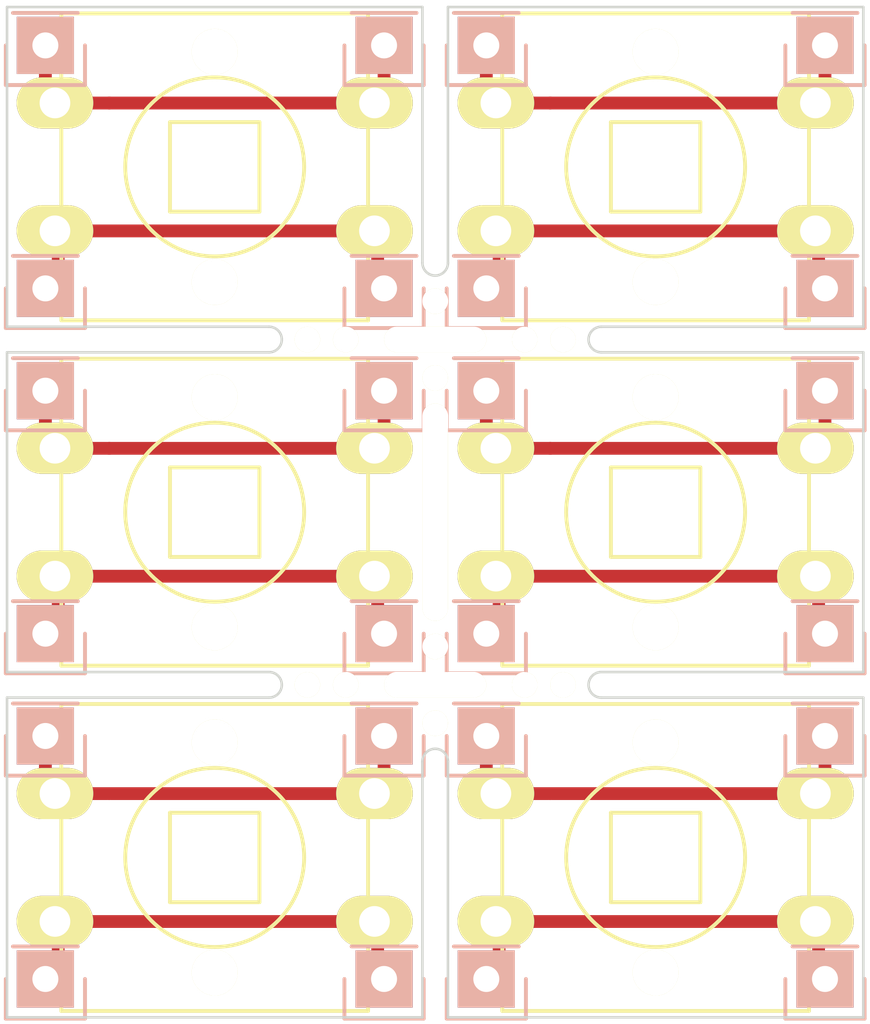
<source format=kicad_pcb>
(kicad_pcb (version 4) (host pcbnew 4.0.2-stable)

  (general
    (links 46)
    (no_connects 10)
    (area 39.949999 19.949999 73.550001 59.550001)
    (thickness 1.6)
    (drawings 52)
    (tracks 66)
    (zones 0)
    (modules 45)
    (nets 3)
  )

  (page A4)
  (layers
    (0 F.Cu signal)
    (31 B.Cu signal)
    (32 B.Adhes user)
    (33 F.Adhes user)
    (34 B.Paste user)
    (35 F.Paste user)
    (36 B.SilkS user hide)
    (37 F.SilkS user)
    (38 B.Mask user)
    (39 F.Mask user)
    (40 Dwgs.User user)
    (41 Cmts.User user)
    (42 Eco1.User user)
    (43 Eco2.User user)
    (44 Edge.Cuts user)
    (45 Margin user)
    (46 B.CrtYd user hide)
    (47 F.CrtYd user)
    (48 B.Fab user)
    (49 F.Fab user)
  )

  (setup
    (last_trace_width 0.25)
    (user_trace_width 0.25)
    (user_trace_width 0.4)
    (user_trace_width 0.5)
    (trace_clearance 0.2)
    (zone_clearance 0.508)
    (zone_45_only no)
    (trace_min 0.2)
    (segment_width 0.1)
    (edge_width 0.1)
    (via_size 0.6)
    (via_drill 0.4)
    (via_min_size 0.4)
    (via_min_drill 0.3)
    (uvia_size 0.3)
    (uvia_drill 0.1)
    (uvias_allowed no)
    (uvia_min_size 0.2)
    (uvia_min_drill 0.1)
    (pcb_text_width 0.3)
    (pcb_text_size 1.5 1.5)
    (mod_edge_width 0.15)
    (mod_text_size 1 1)
    (mod_text_width 0.15)
    (pad_size 1 8.5)
    (pad_drill 1)
    (pad_to_mask_clearance 0)
    (aux_axis_origin 0 0)
    (visible_elements 7FFFFF7F)
    (pcbplotparams
      (layerselection 0x010f0_80000001)
      (usegerberextensions true)
      (excludeedgelayer false)
      (linewidth 0.100000)
      (plotframeref false)
      (viasonmask false)
      (mode 1)
      (useauxorigin false)
      (hpglpennumber 1)
      (hpglpenspeed 20)
      (hpglpendiameter 15)
      (hpglpenoverlay 2)
      (psnegative false)
      (psa4output false)
      (plotreference true)
      (plotvalue false)
      (plotinvisibletext false)
      (padsonsilk false)
      (subtractmaskfromsilk true)
      (outputformat 1)
      (mirror false)
      (drillshape 0)
      (scaleselection 1)
      (outputdirectory Gerbers/))
  )

  (net 0 "")
  (net 1 "Net-(P1-Pad1)")
  (net 2 "Net-(P3-Pad1)")

  (net_class Default "This is the default net class."
    (clearance 0.2)
    (trace_width 0.25)
    (via_dia 0.6)
    (via_drill 0.4)
    (uvia_dia 0.3)
    (uvia_drill 0.1)
    (add_net "Net-(P1-Pad1)")
    (add_net "Net-(P3-Pad1)")
  )

  (module MyModules:HOLE-0.125-INCH (layer F.Cu) (tedit 57DCA91A) (tstamp 57DD9AB0)
    (at 56.75 48)
    (fp_text reference HOLE-0.125-INCH (at 0 -5) (layer F.SilkS) hide
      (effects (font (size 1.5 1.5) (thickness 0.15)))
    )
    (fp_text value VAL** (at 0 5) (layer F.SilkS) hide
      (effects (font (size 1.5 1.5) (thickness 0.15)))
    )
    (pad "" np_thru_hole oval (at 0 0) (size 1 1) (drill oval 1) (layers *.Cu *.Mask F.SilkS))
  )

  (module MyModules:HOLE-0.125-INCH (layer F.Cu) (tedit 57DCA91A) (tstamp 57DD9AAC)
    (at 61.75 46.5)
    (fp_text reference HOLE-0.125-INCH (at 0 -5) (layer F.SilkS) hide
      (effects (font (size 1.5 1.5) (thickness 0.15)))
    )
    (fp_text value VAL** (at 0 5) (layer F.SilkS) hide
      (effects (font (size 1.5 1.5) (thickness 0.15)))
    )
    (pad "" np_thru_hole oval (at 0 0) (size 1 1) (drill oval 1) (layers *.Cu *.Mask F.SilkS))
  )

  (module MyModules:HOLE-0.125-INCH (layer F.Cu) (tedit 57DCA91A) (tstamp 57DD9AA8)
    (at 60.25 46.5)
    (fp_text reference HOLE-0.125-INCH (at 0 -5) (layer F.SilkS) hide
      (effects (font (size 1.5 1.5) (thickness 0.15)))
    )
    (fp_text value VAL** (at 0 5) (layer F.SilkS) hide
      (effects (font (size 1.5 1.5) (thickness 0.15)))
    )
    (pad "" np_thru_hole oval (at 0 0) (size 1 1) (drill oval 1) (layers *.Cu *.Mask F.SilkS))
  )

  (module MyModules:HOLE-0.125-INCH (layer F.Cu) (tedit 57DCAA44) (tstamp 57DD9AA4)
    (at 56.75 46.5)
    (fp_text reference HOLE-0.125-INCH (at 0 -5) (layer F.SilkS) hide
      (effects (font (size 1.5 1.5) (thickness 0.15)))
    )
    (fp_text value VAL** (at 0 5) (layer F.SilkS) hide
      (effects (font (size 1.5 1.5) (thickness 0.15)))
    )
    (pad "" np_thru_hole oval (at 0 0) (size 4 1) (drill oval 4 1) (layers *.Cu *.Mask F.SilkS))
  )

  (module MyModules:HOLE-0.125-INCH (layer F.Cu) (tedit 57DCA91A) (tstamp 57DD9AA0)
    (at 56.75 45)
    (fp_text reference HOLE-0.125-INCH (at 0 -5) (layer F.SilkS) hide
      (effects (font (size 1.5 1.5) (thickness 0.15)))
    )
    (fp_text value VAL** (at 0 5) (layer F.SilkS) hide
      (effects (font (size 1.5 1.5) (thickness 0.15)))
    )
    (pad "" np_thru_hole oval (at 0 0) (size 1 1) (drill oval 1) (layers *.Cu *.Mask F.SilkS))
  )

  (module MyModules:HOLE-0.125-INCH (layer F.Cu) (tedit 57DCA91A) (tstamp 57DD9A9C)
    (at 53.25 46.5)
    (fp_text reference HOLE-0.125-INCH (at 0 -5) (layer F.SilkS) hide
      (effects (font (size 1.5 1.5) (thickness 0.15)))
    )
    (fp_text value VAL** (at 0 5) (layer F.SilkS) hide
      (effects (font (size 1.5 1.5) (thickness 0.15)))
    )
    (pad "" np_thru_hole oval (at 0 0) (size 1 1) (drill oval 1) (layers *.Cu *.Mask F.SilkS))
  )

  (module MyModules:HOLE-0.125-INCH (layer F.Cu) (tedit 57DCA91A) (tstamp 57DD9A98)
    (at 51.75 46.5)
    (fp_text reference HOLE-0.125-INCH (at 0 -5) (layer F.SilkS) hide
      (effects (font (size 1.5 1.5) (thickness 0.15)))
    )
    (fp_text value VAL** (at 0 5) (layer F.SilkS) hide
      (effects (font (size 1.5 1.5) (thickness 0.15)))
    )
    (pad "" np_thru_hole oval (at 0 0) (size 1 1) (drill oval 1) (layers *.Cu *.Mask F.SilkS))
  )

  (module MyModules:HOLE-0.125-INCH (layer F.Cu) (tedit 57DCA91A) (tstamp 57DCBE54)
    (at 56.75 34.5)
    (fp_text reference HOLE-0.125-INCH (at 0 -5) (layer F.SilkS) hide
      (effects (font (size 1.5 1.5) (thickness 0.15)))
    )
    (fp_text value VAL** (at 0 5) (layer F.SilkS) hide
      (effects (font (size 1.5 1.5) (thickness 0.15)))
    )
    (pad "" np_thru_hole oval (at 0 0) (size 1 1) (drill oval 1) (layers *.Cu *.Mask F.SilkS))
  )

  (module MyModules:HOLE-0.125-INCH (layer F.Cu) (tedit 57DCA91A) (tstamp 57DCBE50)
    (at 61.75 33)
    (fp_text reference HOLE-0.125-INCH (at 0 -5) (layer F.SilkS) hide
      (effects (font (size 1.5 1.5) (thickness 0.15)))
    )
    (fp_text value VAL** (at 0 5) (layer F.SilkS) hide
      (effects (font (size 1.5 1.5) (thickness 0.15)))
    )
    (pad "" np_thru_hole oval (at 0 0) (size 1 1) (drill oval 1) (layers *.Cu *.Mask F.SilkS))
  )

  (module MyModules:HOLE-0.125-INCH (layer F.Cu) (tedit 57DCA91A) (tstamp 57DCBE4C)
    (at 60.25 33)
    (fp_text reference HOLE-0.125-INCH (at 0 -5) (layer F.SilkS) hide
      (effects (font (size 1.5 1.5) (thickness 0.15)))
    )
    (fp_text value VAL** (at 0 5) (layer F.SilkS) hide
      (effects (font (size 1.5 1.5) (thickness 0.15)))
    )
    (pad "" np_thru_hole oval (at 0 0) (size 1 1) (drill oval 1) (layers *.Cu *.Mask F.SilkS))
  )

  (module MyModules:HOLE-0.125-INCH (layer F.Cu) (tedit 57DCA91A) (tstamp 57DCBE40)
    (at 51.75 33)
    (fp_text reference HOLE-0.125-INCH (at 0 -5) (layer F.SilkS) hide
      (effects (font (size 1.5 1.5) (thickness 0.15)))
    )
    (fp_text value VAL** (at 0 5) (layer F.SilkS) hide
      (effects (font (size 1.5 1.5) (thickness 0.15)))
    )
    (pad "" np_thru_hole oval (at 0 0) (size 1 1) (drill oval 1) (layers *.Cu *.Mask F.SilkS))
  )

  (module MyModules:HOLE-0.125-INCH (layer F.Cu) (tedit 57DCA91A) (tstamp 57DCBE3C)
    (at 53.25 33)
    (fp_text reference HOLE-0.125-INCH (at 0 -5) (layer F.SilkS) hide
      (effects (font (size 1.5 1.5) (thickness 0.15)))
    )
    (fp_text value VAL** (at 0 5) (layer F.SilkS) hide
      (effects (font (size 1.5 1.5) (thickness 0.15)))
    )
    (pad "" np_thru_hole oval (at 0 0) (size 1 1) (drill oval 1) (layers *.Cu *.Mask F.SilkS))
  )

  (module MyModules:HOLE-0.125-INCH (layer F.Cu) (tedit 57DCAA44) (tstamp 57DCBE34)
    (at 56.75 33)
    (fp_text reference HOLE-0.125-INCH (at 0 -5) (layer F.SilkS) hide
      (effects (font (size 1.5 1.5) (thickness 0.15)))
    )
    (fp_text value VAL** (at 0 5) (layer F.SilkS) hide
      (effects (font (size 1.5 1.5) (thickness 0.15)))
    )
    (pad "" np_thru_hole oval (at 0 0) (size 4 1) (drill oval 4 1) (layers *.Cu *.Mask F.SilkS))
  )

  (module MyModules:HOLE-0.125-INCH (layer F.Cu) (tedit 57DCA91A) (tstamp 57DCBE25)
    (at 56.75 31.5)
    (fp_text reference HOLE-0.125-INCH (at 0 -5) (layer F.SilkS) hide
      (effects (font (size 1.5 1.5) (thickness 0.15)))
    )
    (fp_text value VAL** (at 0 5) (layer F.SilkS) hide
      (effects (font (size 1.5 1.5) (thickness 0.15)))
    )
    (pad "" np_thru_hole oval (at 0 0) (size 1 1) (drill oval 1) (layers *.Cu *.Mask F.SilkS))
  )

  (module Pin_Headers:Pin_Header_Straight_1x01 (layer B.Cu) (tedit 57BF37B0) (tstamp 57DCBDB8)
    (at 58.75 48.5)
    (descr "Through hole pin header")
    (tags "pin header")
    (path /57BF3AB3)
    (fp_text reference P4 (at 0 5.1) (layer B.SilkS) hide
      (effects (font (size 1 1) (thickness 0.15)) (justify mirror))
    )
    (fp_text value CONN_01X01 (at 0 3.1) (layer B.Fab) hide
      (effects (font (size 1 1) (thickness 0.15)) (justify mirror))
    )
    (fp_line (start 1.55 1.55) (end 1.55 0) (layer B.SilkS) (width 0.15))
    (fp_line (start -1.75 1.75) (end -1.75 -1.75) (layer B.CrtYd) (width 0.05))
    (fp_line (start 1.75 1.75) (end 1.75 -1.75) (layer B.CrtYd) (width 0.05))
    (fp_line (start -1.75 1.75) (end 1.75 1.75) (layer B.CrtYd) (width 0.05))
    (fp_line (start -1.75 -1.75) (end 1.75 -1.75) (layer B.CrtYd) (width 0.05))
    (fp_line (start -1.55 0) (end -1.55 1.55) (layer B.SilkS) (width 0.15))
    (fp_line (start -1.55 1.55) (end 1.55 1.55) (layer B.SilkS) (width 0.15))
    (fp_line (start -1.27 -1.27) (end 1.27 -1.27) (layer B.SilkS) (width 0.15))
    (pad 1 thru_hole rect (at 0 0) (size 2.2352 2.2352) (drill 1.016) (layers *.Cu *.Mask B.SilkS)
      (net 2 "Net-(P3-Pad1)"))
    (model Pin_Headers.3dshapes/Pin_Header_Straight_1x01.wrl
      (at (xyz 0 0 0))
      (scale (xyz 1 1 1))
      (rotate (xyz 0 0 90))
    )
  )

  (module Pin_Headers:Pin_Header_Straight_1x01 (layer B.Cu) (tedit 57BF37CB) (tstamp 57DCBDAC)
    (at 58.75 58)
    (descr "Through hole pin header")
    (tags "pin header")
    (path /57BF387D)
    (fp_text reference P2 (at 0 5.1) (layer B.SilkS) hide
      (effects (font (size 1 1) (thickness 0.15)) (justify mirror))
    )
    (fp_text value CONN_01X01 (at 0 3.1) (layer B.Fab) hide
      (effects (font (size 1 1) (thickness 0.15)) (justify mirror))
    )
    (fp_line (start 1.55 1.55) (end 1.55 0) (layer B.SilkS) (width 0.15))
    (fp_line (start -1.75 1.75) (end -1.75 -1.75) (layer B.CrtYd) (width 0.05))
    (fp_line (start 1.75 1.75) (end 1.75 -1.75) (layer B.CrtYd) (width 0.05))
    (fp_line (start -1.75 1.75) (end 1.75 1.75) (layer B.CrtYd) (width 0.05))
    (fp_line (start -1.75 -1.75) (end 1.75 -1.75) (layer B.CrtYd) (width 0.05))
    (fp_line (start -1.55 0) (end -1.55 1.55) (layer B.SilkS) (width 0.15))
    (fp_line (start -1.55 1.55) (end 1.55 1.55) (layer B.SilkS) (width 0.15))
    (fp_line (start -1.27 -1.27) (end 1.27 -1.27) (layer B.SilkS) (width 0.15))
    (pad 1 thru_hole rect (at 0 0) (size 2.2352 2.2352) (drill 1.016) (layers *.Cu *.Mask B.SilkS)
      (net 1 "Net-(P1-Pad1)"))
    (model Pin_Headers.3dshapes/Pin_Header_Straight_1x01.wrl
      (at (xyz 0 0 0))
      (scale (xyz 1 1 1))
      (rotate (xyz 0 0 90))
    )
  )

  (module Pin_Headers:Pin_Header_Straight_1x01 (layer B.Cu) (tedit 57BF37B6) (tstamp 57DCBDA0)
    (at 72 58)
    (descr "Through hole pin header")
    (tags "pin header")
    (path /57BF3A4E)
    (fp_text reference P1 (at 3 0) (layer B.SilkS) hide
      (effects (font (size 1 1) (thickness 0.15)) (justify mirror))
    )
    (fp_text value CONN_01X01 (at 0 3.1) (layer B.Fab) hide
      (effects (font (size 1 1) (thickness 0.15)) (justify mirror))
    )
    (fp_line (start 1.55 1.55) (end 1.55 0) (layer B.SilkS) (width 0.15))
    (fp_line (start -1.75 1.75) (end -1.75 -1.75) (layer B.CrtYd) (width 0.05))
    (fp_line (start 1.75 1.75) (end 1.75 -1.75) (layer B.CrtYd) (width 0.05))
    (fp_line (start -1.75 1.75) (end 1.75 1.75) (layer B.CrtYd) (width 0.05))
    (fp_line (start -1.75 -1.75) (end 1.75 -1.75) (layer B.CrtYd) (width 0.05))
    (fp_line (start -1.55 0) (end -1.55 1.55) (layer B.SilkS) (width 0.15))
    (fp_line (start -1.55 1.55) (end 1.55 1.55) (layer B.SilkS) (width 0.15))
    (fp_line (start -1.27 -1.27) (end 1.27 -1.27) (layer B.SilkS) (width 0.15))
    (pad 1 thru_hole rect (at 0 0) (size 2.2352 2.2352) (drill 1.016) (layers *.Cu *.Mask B.SilkS)
      (net 1 "Net-(P1-Pad1)"))
    (model Pin_Headers.3dshapes/Pin_Header_Straight_1x01.wrl
      (at (xyz 0 0 0))
      (scale (xyz 1 1 1))
      (rotate (xyz 0 0 90))
    )
  )

  (module Pin_Headers:Pin_Header_Straight_1x01 (layer B.Cu) (tedit 57BF37B3) (tstamp 57DCBD94)
    (at 72 48.5)
    (descr "Through hole pin header")
    (tags "pin header")
    (path /57BF3A77)
    (fp_text reference P3 (at 0 5.1) (layer B.SilkS) hide
      (effects (font (size 1 1) (thickness 0.15)) (justify mirror))
    )
    (fp_text value CONN_01X01 (at 0 3.1) (layer B.Fab) hide
      (effects (font (size 1 1) (thickness 0.15)) (justify mirror))
    )
    (fp_line (start 1.55 1.55) (end 1.55 0) (layer B.SilkS) (width 0.15))
    (fp_line (start -1.75 1.75) (end -1.75 -1.75) (layer B.CrtYd) (width 0.05))
    (fp_line (start 1.75 1.75) (end 1.75 -1.75) (layer B.CrtYd) (width 0.05))
    (fp_line (start -1.75 1.75) (end 1.75 1.75) (layer B.CrtYd) (width 0.05))
    (fp_line (start -1.75 -1.75) (end 1.75 -1.75) (layer B.CrtYd) (width 0.05))
    (fp_line (start -1.55 0) (end -1.55 1.55) (layer B.SilkS) (width 0.15))
    (fp_line (start -1.55 1.55) (end 1.55 1.55) (layer B.SilkS) (width 0.15))
    (fp_line (start -1.27 -1.27) (end 1.27 -1.27) (layer B.SilkS) (width 0.15))
    (pad 1 thru_hole rect (at 0 0) (size 2.2352 2.2352) (drill 1.016) (layers *.Cu *.Mask B.SilkS)
      (net 2 "Net-(P3-Pad1)"))
    (model Pin_Headers.3dshapes/Pin_Header_Straight_1x01.wrl
      (at (xyz 0 0 0))
      (scale (xyz 1 1 1))
      (rotate (xyz 0 0 90))
    )
  )

  (module MyModules:BF-4050-OMRON (layer F.Cu) (tedit 57BF37C5) (tstamp 57DCBD82)
    (at 65.375 53.25)
    (path /569A34F9)
    (fp_text reference SW1 (at 0 0 90) (layer F.SilkS) hide
      (effects (font (size 0.8 0.8) (thickness 0.15)))
    )
    (fp_text value B3W-4050 (at 0 -7) (layer F.Fab) hide
      (effects (font (size 1 1) (thickness 0.15)))
    )
    (fp_line (start 1.75 1.75) (end 1.75 -1.75) (layer F.SilkS) (width 0.15))
    (fp_line (start 1.75 -1.75) (end -1.75 -1.75) (layer F.SilkS) (width 0.15))
    (fp_line (start -1.75 -1.75) (end -1.75 1.75) (layer F.SilkS) (width 0.15))
    (fp_line (start -1.75 1.75) (end 1.75 1.75) (layer F.SilkS) (width 0.15))
    (fp_circle (center 0 0) (end 3.5 0) (layer F.SilkS) (width 0.15))
    (fp_line (start -6 -6) (end -6 6) (layer F.SilkS) (width 0.15))
    (fp_line (start -6 6) (end 6 6) (layer F.SilkS) (width 0.15))
    (fp_line (start 6 6) (end 6 -6) (layer F.SilkS) (width 0.15))
    (fp_line (start 6 -6) (end -6 -6) (layer F.SilkS) (width 0.15))
    (pad 2 thru_hole oval (at -6.25 2.5) (size 3 2) (drill 1.2) (layers *.Cu *.Mask F.SilkS)
      (net 1 "Net-(P1-Pad1)"))
    (pad 2 thru_hole oval (at 6.25 2.5) (size 3 2) (drill 1.2) (layers *.Cu *.Mask F.SilkS)
      (net 1 "Net-(P1-Pad1)"))
    (pad 1 thru_hole oval (at -6.25 -2.5) (size 3 2) (drill 1.2) (layers *.Cu *.Mask F.SilkS)
      (net 2 "Net-(P3-Pad1)"))
    (pad 1 thru_hole oval (at 6.25 -2.5) (size 3 2) (drill 1.2) (layers *.Cu *.Mask F.SilkS)
      (net 2 "Net-(P3-Pad1)"))
    (pad "" np_thru_hole circle (at 0 -4.5) (size 1.8 1.8) (drill 1.8) (layers *.Cu *.Mask F.SilkS))
    (pad "" np_thru_hole circle (at 0 4.5) (size 1.8 1.8) (drill 1.8) (layers *.Cu *.Mask F.SilkS))
  )

  (module Pin_Headers:Pin_Header_Straight_1x01 (layer B.Cu) (tedit 57BF37B0) (tstamp 57DCBD67)
    (at 41.5 48.5)
    (descr "Through hole pin header")
    (tags "pin header")
    (path /57BF3AB3)
    (fp_text reference P4 (at 0 5.1) (layer B.SilkS) hide
      (effects (font (size 1 1) (thickness 0.15)) (justify mirror))
    )
    (fp_text value CONN_01X01 (at 0 3.1) (layer B.Fab) hide
      (effects (font (size 1 1) (thickness 0.15)) (justify mirror))
    )
    (fp_line (start 1.55 1.55) (end 1.55 0) (layer B.SilkS) (width 0.15))
    (fp_line (start -1.75 1.75) (end -1.75 -1.75) (layer B.CrtYd) (width 0.05))
    (fp_line (start 1.75 1.75) (end 1.75 -1.75) (layer B.CrtYd) (width 0.05))
    (fp_line (start -1.75 1.75) (end 1.75 1.75) (layer B.CrtYd) (width 0.05))
    (fp_line (start -1.75 -1.75) (end 1.75 -1.75) (layer B.CrtYd) (width 0.05))
    (fp_line (start -1.55 0) (end -1.55 1.55) (layer B.SilkS) (width 0.15))
    (fp_line (start -1.55 1.55) (end 1.55 1.55) (layer B.SilkS) (width 0.15))
    (fp_line (start -1.27 -1.27) (end 1.27 -1.27) (layer B.SilkS) (width 0.15))
    (pad 1 thru_hole rect (at 0 0) (size 2.2352 2.2352) (drill 1.016) (layers *.Cu *.Mask B.SilkS)
      (net 2 "Net-(P3-Pad1)"))
    (model Pin_Headers.3dshapes/Pin_Header_Straight_1x01.wrl
      (at (xyz 0 0 0))
      (scale (xyz 1 1 1))
      (rotate (xyz 0 0 90))
    )
  )

  (module Pin_Headers:Pin_Header_Straight_1x01 (layer B.Cu) (tedit 57BF37CB) (tstamp 57DCBD5B)
    (at 41.5 58)
    (descr "Through hole pin header")
    (tags "pin header")
    (path /57BF387D)
    (fp_text reference P2 (at 0 5.1) (layer B.SilkS) hide
      (effects (font (size 1 1) (thickness 0.15)) (justify mirror))
    )
    (fp_text value CONN_01X01 (at 0 3.1) (layer B.Fab) hide
      (effects (font (size 1 1) (thickness 0.15)) (justify mirror))
    )
    (fp_line (start 1.55 1.55) (end 1.55 0) (layer B.SilkS) (width 0.15))
    (fp_line (start -1.75 1.75) (end -1.75 -1.75) (layer B.CrtYd) (width 0.05))
    (fp_line (start 1.75 1.75) (end 1.75 -1.75) (layer B.CrtYd) (width 0.05))
    (fp_line (start -1.75 1.75) (end 1.75 1.75) (layer B.CrtYd) (width 0.05))
    (fp_line (start -1.75 -1.75) (end 1.75 -1.75) (layer B.CrtYd) (width 0.05))
    (fp_line (start -1.55 0) (end -1.55 1.55) (layer B.SilkS) (width 0.15))
    (fp_line (start -1.55 1.55) (end 1.55 1.55) (layer B.SilkS) (width 0.15))
    (fp_line (start -1.27 -1.27) (end 1.27 -1.27) (layer B.SilkS) (width 0.15))
    (pad 1 thru_hole rect (at 0 0) (size 2.2352 2.2352) (drill 1.016) (layers *.Cu *.Mask B.SilkS)
      (net 1 "Net-(P1-Pad1)"))
    (model Pin_Headers.3dshapes/Pin_Header_Straight_1x01.wrl
      (at (xyz 0 0 0))
      (scale (xyz 1 1 1))
      (rotate (xyz 0 0 90))
    )
  )

  (module Pin_Headers:Pin_Header_Straight_1x01 (layer B.Cu) (tedit 57BF37B6) (tstamp 57DCBD4F)
    (at 54.75 58)
    (descr "Through hole pin header")
    (tags "pin header")
    (path /57BF3A4E)
    (fp_text reference P1 (at 3 0) (layer B.SilkS) hide
      (effects (font (size 1 1) (thickness 0.15)) (justify mirror))
    )
    (fp_text value CONN_01X01 (at 0 3.1) (layer B.Fab) hide
      (effects (font (size 1 1) (thickness 0.15)) (justify mirror))
    )
    (fp_line (start 1.55 1.55) (end 1.55 0) (layer B.SilkS) (width 0.15))
    (fp_line (start -1.75 1.75) (end -1.75 -1.75) (layer B.CrtYd) (width 0.05))
    (fp_line (start 1.75 1.75) (end 1.75 -1.75) (layer B.CrtYd) (width 0.05))
    (fp_line (start -1.75 1.75) (end 1.75 1.75) (layer B.CrtYd) (width 0.05))
    (fp_line (start -1.75 -1.75) (end 1.75 -1.75) (layer B.CrtYd) (width 0.05))
    (fp_line (start -1.55 0) (end -1.55 1.55) (layer B.SilkS) (width 0.15))
    (fp_line (start -1.55 1.55) (end 1.55 1.55) (layer B.SilkS) (width 0.15))
    (fp_line (start -1.27 -1.27) (end 1.27 -1.27) (layer B.SilkS) (width 0.15))
    (pad 1 thru_hole rect (at 0 0) (size 2.2352 2.2352) (drill 1.016) (layers *.Cu *.Mask B.SilkS)
      (net 1 "Net-(P1-Pad1)"))
    (model Pin_Headers.3dshapes/Pin_Header_Straight_1x01.wrl
      (at (xyz 0 0 0))
      (scale (xyz 1 1 1))
      (rotate (xyz 0 0 90))
    )
  )

  (module Pin_Headers:Pin_Header_Straight_1x01 (layer B.Cu) (tedit 57BF37B3) (tstamp 57DCBD43)
    (at 54.75 48.5)
    (descr "Through hole pin header")
    (tags "pin header")
    (path /57BF3A77)
    (fp_text reference P3 (at 0 5.1) (layer B.SilkS) hide
      (effects (font (size 1 1) (thickness 0.15)) (justify mirror))
    )
    (fp_text value CONN_01X01 (at 0 3.1) (layer B.Fab) hide
      (effects (font (size 1 1) (thickness 0.15)) (justify mirror))
    )
    (fp_line (start 1.55 1.55) (end 1.55 0) (layer B.SilkS) (width 0.15))
    (fp_line (start -1.75 1.75) (end -1.75 -1.75) (layer B.CrtYd) (width 0.05))
    (fp_line (start 1.75 1.75) (end 1.75 -1.75) (layer B.CrtYd) (width 0.05))
    (fp_line (start -1.75 1.75) (end 1.75 1.75) (layer B.CrtYd) (width 0.05))
    (fp_line (start -1.75 -1.75) (end 1.75 -1.75) (layer B.CrtYd) (width 0.05))
    (fp_line (start -1.55 0) (end -1.55 1.55) (layer B.SilkS) (width 0.15))
    (fp_line (start -1.55 1.55) (end 1.55 1.55) (layer B.SilkS) (width 0.15))
    (fp_line (start -1.27 -1.27) (end 1.27 -1.27) (layer B.SilkS) (width 0.15))
    (pad 1 thru_hole rect (at 0 0) (size 2.2352 2.2352) (drill 1.016) (layers *.Cu *.Mask B.SilkS)
      (net 2 "Net-(P3-Pad1)"))
    (model Pin_Headers.3dshapes/Pin_Header_Straight_1x01.wrl
      (at (xyz 0 0 0))
      (scale (xyz 1 1 1))
      (rotate (xyz 0 0 90))
    )
  )

  (module MyModules:BF-4050-OMRON (layer F.Cu) (tedit 57BF37C5) (tstamp 57DCBD31)
    (at 48.125 53.25)
    (path /569A34F9)
    (fp_text reference SW1 (at 0 0 90) (layer F.SilkS) hide
      (effects (font (size 0.8 0.8) (thickness 0.15)))
    )
    (fp_text value B3W-4050 (at 0 -7) (layer F.Fab) hide
      (effects (font (size 1 1) (thickness 0.15)))
    )
    (fp_line (start 1.75 1.75) (end 1.75 -1.75) (layer F.SilkS) (width 0.15))
    (fp_line (start 1.75 -1.75) (end -1.75 -1.75) (layer F.SilkS) (width 0.15))
    (fp_line (start -1.75 -1.75) (end -1.75 1.75) (layer F.SilkS) (width 0.15))
    (fp_line (start -1.75 1.75) (end 1.75 1.75) (layer F.SilkS) (width 0.15))
    (fp_circle (center 0 0) (end 3.5 0) (layer F.SilkS) (width 0.15))
    (fp_line (start -6 -6) (end -6 6) (layer F.SilkS) (width 0.15))
    (fp_line (start -6 6) (end 6 6) (layer F.SilkS) (width 0.15))
    (fp_line (start 6 6) (end 6 -6) (layer F.SilkS) (width 0.15))
    (fp_line (start 6 -6) (end -6 -6) (layer F.SilkS) (width 0.15))
    (pad 2 thru_hole oval (at -6.25 2.5) (size 3 2) (drill 1.2) (layers *.Cu *.Mask F.SilkS)
      (net 1 "Net-(P1-Pad1)"))
    (pad 2 thru_hole oval (at 6.25 2.5) (size 3 2) (drill 1.2) (layers *.Cu *.Mask F.SilkS)
      (net 1 "Net-(P1-Pad1)"))
    (pad 1 thru_hole oval (at -6.25 -2.5) (size 3 2) (drill 1.2) (layers *.Cu *.Mask F.SilkS)
      (net 2 "Net-(P3-Pad1)"))
    (pad 1 thru_hole oval (at 6.25 -2.5) (size 3 2) (drill 1.2) (layers *.Cu *.Mask F.SilkS)
      (net 2 "Net-(P3-Pad1)"))
    (pad "" np_thru_hole circle (at 0 -4.5) (size 1.8 1.8) (drill 1.8) (layers *.Cu *.Mask F.SilkS))
    (pad "" np_thru_hole circle (at 0 4.5) (size 1.8 1.8) (drill 1.8) (layers *.Cu *.Mask F.SilkS))
  )

  (module Pin_Headers:Pin_Header_Straight_1x01 (layer B.Cu) (tedit 57BF37B0) (tstamp 57DCBD16)
    (at 58.75 35)
    (descr "Through hole pin header")
    (tags "pin header")
    (path /57BF3AB3)
    (fp_text reference P4 (at 0 5.1) (layer B.SilkS) hide
      (effects (font (size 1 1) (thickness 0.15)) (justify mirror))
    )
    (fp_text value CONN_01X01 (at 0 3.1) (layer B.Fab) hide
      (effects (font (size 1 1) (thickness 0.15)) (justify mirror))
    )
    (fp_line (start 1.55 1.55) (end 1.55 0) (layer B.SilkS) (width 0.15))
    (fp_line (start -1.75 1.75) (end -1.75 -1.75) (layer B.CrtYd) (width 0.05))
    (fp_line (start 1.75 1.75) (end 1.75 -1.75) (layer B.CrtYd) (width 0.05))
    (fp_line (start -1.75 1.75) (end 1.75 1.75) (layer B.CrtYd) (width 0.05))
    (fp_line (start -1.75 -1.75) (end 1.75 -1.75) (layer B.CrtYd) (width 0.05))
    (fp_line (start -1.55 0) (end -1.55 1.55) (layer B.SilkS) (width 0.15))
    (fp_line (start -1.55 1.55) (end 1.55 1.55) (layer B.SilkS) (width 0.15))
    (fp_line (start -1.27 -1.27) (end 1.27 -1.27) (layer B.SilkS) (width 0.15))
    (pad 1 thru_hole rect (at 0 0) (size 2.2352 2.2352) (drill 1.016) (layers *.Cu *.Mask B.SilkS)
      (net 2 "Net-(P3-Pad1)"))
    (model Pin_Headers.3dshapes/Pin_Header_Straight_1x01.wrl
      (at (xyz 0 0 0))
      (scale (xyz 1 1 1))
      (rotate (xyz 0 0 90))
    )
  )

  (module Pin_Headers:Pin_Header_Straight_1x01 (layer B.Cu) (tedit 57BF37CB) (tstamp 57DCBD0A)
    (at 58.75 44.5)
    (descr "Through hole pin header")
    (tags "pin header")
    (path /57BF387D)
    (fp_text reference P2 (at 0 5.1) (layer B.SilkS) hide
      (effects (font (size 1 1) (thickness 0.15)) (justify mirror))
    )
    (fp_text value CONN_01X01 (at 0 3.1) (layer B.Fab) hide
      (effects (font (size 1 1) (thickness 0.15)) (justify mirror))
    )
    (fp_line (start 1.55 1.55) (end 1.55 0) (layer B.SilkS) (width 0.15))
    (fp_line (start -1.75 1.75) (end -1.75 -1.75) (layer B.CrtYd) (width 0.05))
    (fp_line (start 1.75 1.75) (end 1.75 -1.75) (layer B.CrtYd) (width 0.05))
    (fp_line (start -1.75 1.75) (end 1.75 1.75) (layer B.CrtYd) (width 0.05))
    (fp_line (start -1.75 -1.75) (end 1.75 -1.75) (layer B.CrtYd) (width 0.05))
    (fp_line (start -1.55 0) (end -1.55 1.55) (layer B.SilkS) (width 0.15))
    (fp_line (start -1.55 1.55) (end 1.55 1.55) (layer B.SilkS) (width 0.15))
    (fp_line (start -1.27 -1.27) (end 1.27 -1.27) (layer B.SilkS) (width 0.15))
    (pad 1 thru_hole rect (at 0 0) (size 2.2352 2.2352) (drill 1.016) (layers *.Cu *.Mask B.SilkS)
      (net 1 "Net-(P1-Pad1)"))
    (model Pin_Headers.3dshapes/Pin_Header_Straight_1x01.wrl
      (at (xyz 0 0 0))
      (scale (xyz 1 1 1))
      (rotate (xyz 0 0 90))
    )
  )

  (module Pin_Headers:Pin_Header_Straight_1x01 (layer B.Cu) (tedit 57BF37B6) (tstamp 57DCBCFE)
    (at 72 44.5)
    (descr "Through hole pin header")
    (tags "pin header")
    (path /57BF3A4E)
    (fp_text reference P1 (at 3 0) (layer B.SilkS) hide
      (effects (font (size 1 1) (thickness 0.15)) (justify mirror))
    )
    (fp_text value CONN_01X01 (at 0 3.1) (layer B.Fab) hide
      (effects (font (size 1 1) (thickness 0.15)) (justify mirror))
    )
    (fp_line (start 1.55 1.55) (end 1.55 0) (layer B.SilkS) (width 0.15))
    (fp_line (start -1.75 1.75) (end -1.75 -1.75) (layer B.CrtYd) (width 0.05))
    (fp_line (start 1.75 1.75) (end 1.75 -1.75) (layer B.CrtYd) (width 0.05))
    (fp_line (start -1.75 1.75) (end 1.75 1.75) (layer B.CrtYd) (width 0.05))
    (fp_line (start -1.75 -1.75) (end 1.75 -1.75) (layer B.CrtYd) (width 0.05))
    (fp_line (start -1.55 0) (end -1.55 1.55) (layer B.SilkS) (width 0.15))
    (fp_line (start -1.55 1.55) (end 1.55 1.55) (layer B.SilkS) (width 0.15))
    (fp_line (start -1.27 -1.27) (end 1.27 -1.27) (layer B.SilkS) (width 0.15))
    (pad 1 thru_hole rect (at 0 0) (size 2.2352 2.2352) (drill 1.016) (layers *.Cu *.Mask B.SilkS)
      (net 1 "Net-(P1-Pad1)"))
    (model Pin_Headers.3dshapes/Pin_Header_Straight_1x01.wrl
      (at (xyz 0 0 0))
      (scale (xyz 1 1 1))
      (rotate (xyz 0 0 90))
    )
  )

  (module Pin_Headers:Pin_Header_Straight_1x01 (layer B.Cu) (tedit 57BF37B3) (tstamp 57DCBCF2)
    (at 72 35)
    (descr "Through hole pin header")
    (tags "pin header")
    (path /57BF3A77)
    (fp_text reference P3 (at 0 5.1) (layer B.SilkS) hide
      (effects (font (size 1 1) (thickness 0.15)) (justify mirror))
    )
    (fp_text value CONN_01X01 (at 0 3.1) (layer B.Fab) hide
      (effects (font (size 1 1) (thickness 0.15)) (justify mirror))
    )
    (fp_line (start 1.55 1.55) (end 1.55 0) (layer B.SilkS) (width 0.15))
    (fp_line (start -1.75 1.75) (end -1.75 -1.75) (layer B.CrtYd) (width 0.05))
    (fp_line (start 1.75 1.75) (end 1.75 -1.75) (layer B.CrtYd) (width 0.05))
    (fp_line (start -1.75 1.75) (end 1.75 1.75) (layer B.CrtYd) (width 0.05))
    (fp_line (start -1.75 -1.75) (end 1.75 -1.75) (layer B.CrtYd) (width 0.05))
    (fp_line (start -1.55 0) (end -1.55 1.55) (layer B.SilkS) (width 0.15))
    (fp_line (start -1.55 1.55) (end 1.55 1.55) (layer B.SilkS) (width 0.15))
    (fp_line (start -1.27 -1.27) (end 1.27 -1.27) (layer B.SilkS) (width 0.15))
    (pad 1 thru_hole rect (at 0 0) (size 2.2352 2.2352) (drill 1.016) (layers *.Cu *.Mask B.SilkS)
      (net 2 "Net-(P3-Pad1)"))
    (model Pin_Headers.3dshapes/Pin_Header_Straight_1x01.wrl
      (at (xyz 0 0 0))
      (scale (xyz 1 1 1))
      (rotate (xyz 0 0 90))
    )
  )

  (module MyModules:BF-4050-OMRON (layer F.Cu) (tedit 57BF37C5) (tstamp 57DCBCE0)
    (at 65.375 39.75)
    (path /569A34F9)
    (fp_text reference SW1 (at 0 0 90) (layer F.SilkS) hide
      (effects (font (size 0.8 0.8) (thickness 0.15)))
    )
    (fp_text value B3W-4050 (at 0 -7) (layer F.Fab) hide
      (effects (font (size 1 1) (thickness 0.15)))
    )
    (fp_line (start 1.75 1.75) (end 1.75 -1.75) (layer F.SilkS) (width 0.15))
    (fp_line (start 1.75 -1.75) (end -1.75 -1.75) (layer F.SilkS) (width 0.15))
    (fp_line (start -1.75 -1.75) (end -1.75 1.75) (layer F.SilkS) (width 0.15))
    (fp_line (start -1.75 1.75) (end 1.75 1.75) (layer F.SilkS) (width 0.15))
    (fp_circle (center 0 0) (end 3.5 0) (layer F.SilkS) (width 0.15))
    (fp_line (start -6 -6) (end -6 6) (layer F.SilkS) (width 0.15))
    (fp_line (start -6 6) (end 6 6) (layer F.SilkS) (width 0.15))
    (fp_line (start 6 6) (end 6 -6) (layer F.SilkS) (width 0.15))
    (fp_line (start 6 -6) (end -6 -6) (layer F.SilkS) (width 0.15))
    (pad 2 thru_hole oval (at -6.25 2.5) (size 3 2) (drill 1.2) (layers *.Cu *.Mask F.SilkS)
      (net 1 "Net-(P1-Pad1)"))
    (pad 2 thru_hole oval (at 6.25 2.5) (size 3 2) (drill 1.2) (layers *.Cu *.Mask F.SilkS)
      (net 1 "Net-(P1-Pad1)"))
    (pad 1 thru_hole oval (at -6.25 -2.5) (size 3 2) (drill 1.2) (layers *.Cu *.Mask F.SilkS)
      (net 2 "Net-(P3-Pad1)"))
    (pad 1 thru_hole oval (at 6.25 -2.5) (size 3 2) (drill 1.2) (layers *.Cu *.Mask F.SilkS)
      (net 2 "Net-(P3-Pad1)"))
    (pad "" np_thru_hole circle (at 0 -4.5) (size 1.8 1.8) (drill 1.8) (layers *.Cu *.Mask F.SilkS))
    (pad "" np_thru_hole circle (at 0 4.5) (size 1.8 1.8) (drill 1.8) (layers *.Cu *.Mask F.SilkS))
  )

  (module Pin_Headers:Pin_Header_Straight_1x01 (layer B.Cu) (tedit 57BF37B0) (tstamp 57DCBCC5)
    (at 41.5 35)
    (descr "Through hole pin header")
    (tags "pin header")
    (path /57BF3AB3)
    (fp_text reference P4 (at 0 5.1) (layer B.SilkS) hide
      (effects (font (size 1 1) (thickness 0.15)) (justify mirror))
    )
    (fp_text value CONN_01X01 (at 0 3.1) (layer B.Fab) hide
      (effects (font (size 1 1) (thickness 0.15)) (justify mirror))
    )
    (fp_line (start 1.55 1.55) (end 1.55 0) (layer B.SilkS) (width 0.15))
    (fp_line (start -1.75 1.75) (end -1.75 -1.75) (layer B.CrtYd) (width 0.05))
    (fp_line (start 1.75 1.75) (end 1.75 -1.75) (layer B.CrtYd) (width 0.05))
    (fp_line (start -1.75 1.75) (end 1.75 1.75) (layer B.CrtYd) (width 0.05))
    (fp_line (start -1.75 -1.75) (end 1.75 -1.75) (layer B.CrtYd) (width 0.05))
    (fp_line (start -1.55 0) (end -1.55 1.55) (layer B.SilkS) (width 0.15))
    (fp_line (start -1.55 1.55) (end 1.55 1.55) (layer B.SilkS) (width 0.15))
    (fp_line (start -1.27 -1.27) (end 1.27 -1.27) (layer B.SilkS) (width 0.15))
    (pad 1 thru_hole rect (at 0 0) (size 2.2352 2.2352) (drill 1.016) (layers *.Cu *.Mask B.SilkS)
      (net 2 "Net-(P3-Pad1)"))
    (model Pin_Headers.3dshapes/Pin_Header_Straight_1x01.wrl
      (at (xyz 0 0 0))
      (scale (xyz 1 1 1))
      (rotate (xyz 0 0 90))
    )
  )

  (module Pin_Headers:Pin_Header_Straight_1x01 (layer B.Cu) (tedit 57BF37CB) (tstamp 57DCBCB9)
    (at 41.5 44.5)
    (descr "Through hole pin header")
    (tags "pin header")
    (path /57BF387D)
    (fp_text reference P2 (at 0 5.1) (layer B.SilkS) hide
      (effects (font (size 1 1) (thickness 0.15)) (justify mirror))
    )
    (fp_text value CONN_01X01 (at 0 3.1) (layer B.Fab) hide
      (effects (font (size 1 1) (thickness 0.15)) (justify mirror))
    )
    (fp_line (start 1.55 1.55) (end 1.55 0) (layer B.SilkS) (width 0.15))
    (fp_line (start -1.75 1.75) (end -1.75 -1.75) (layer B.CrtYd) (width 0.05))
    (fp_line (start 1.75 1.75) (end 1.75 -1.75) (layer B.CrtYd) (width 0.05))
    (fp_line (start -1.75 1.75) (end 1.75 1.75) (layer B.CrtYd) (width 0.05))
    (fp_line (start -1.75 -1.75) (end 1.75 -1.75) (layer B.CrtYd) (width 0.05))
    (fp_line (start -1.55 0) (end -1.55 1.55) (layer B.SilkS) (width 0.15))
    (fp_line (start -1.55 1.55) (end 1.55 1.55) (layer B.SilkS) (width 0.15))
    (fp_line (start -1.27 -1.27) (end 1.27 -1.27) (layer B.SilkS) (width 0.15))
    (pad 1 thru_hole rect (at 0 0) (size 2.2352 2.2352) (drill 1.016) (layers *.Cu *.Mask B.SilkS)
      (net 1 "Net-(P1-Pad1)"))
    (model Pin_Headers.3dshapes/Pin_Header_Straight_1x01.wrl
      (at (xyz 0 0 0))
      (scale (xyz 1 1 1))
      (rotate (xyz 0 0 90))
    )
  )

  (module Pin_Headers:Pin_Header_Straight_1x01 (layer B.Cu) (tedit 57BF37B6) (tstamp 57DCBCAD)
    (at 54.75 44.5)
    (descr "Through hole pin header")
    (tags "pin header")
    (path /57BF3A4E)
    (fp_text reference P1 (at 3 0) (layer B.SilkS) hide
      (effects (font (size 1 1) (thickness 0.15)) (justify mirror))
    )
    (fp_text value CONN_01X01 (at 0 3.1) (layer B.Fab) hide
      (effects (font (size 1 1) (thickness 0.15)) (justify mirror))
    )
    (fp_line (start 1.55 1.55) (end 1.55 0) (layer B.SilkS) (width 0.15))
    (fp_line (start -1.75 1.75) (end -1.75 -1.75) (layer B.CrtYd) (width 0.05))
    (fp_line (start 1.75 1.75) (end 1.75 -1.75) (layer B.CrtYd) (width 0.05))
    (fp_line (start -1.75 1.75) (end 1.75 1.75) (layer B.CrtYd) (width 0.05))
    (fp_line (start -1.75 -1.75) (end 1.75 -1.75) (layer B.CrtYd) (width 0.05))
    (fp_line (start -1.55 0) (end -1.55 1.55) (layer B.SilkS) (width 0.15))
    (fp_line (start -1.55 1.55) (end 1.55 1.55) (layer B.SilkS) (width 0.15))
    (fp_line (start -1.27 -1.27) (end 1.27 -1.27) (layer B.SilkS) (width 0.15))
    (pad 1 thru_hole rect (at 0 0) (size 2.2352 2.2352) (drill 1.016) (layers *.Cu *.Mask B.SilkS)
      (net 1 "Net-(P1-Pad1)"))
    (model Pin_Headers.3dshapes/Pin_Header_Straight_1x01.wrl
      (at (xyz 0 0 0))
      (scale (xyz 1 1 1))
      (rotate (xyz 0 0 90))
    )
  )

  (module Pin_Headers:Pin_Header_Straight_1x01 (layer B.Cu) (tedit 57BF37B3) (tstamp 57DCBCA1)
    (at 54.75 35)
    (descr "Through hole pin header")
    (tags "pin header")
    (path /57BF3A77)
    (fp_text reference P3 (at 0 5.1) (layer B.SilkS) hide
      (effects (font (size 1 1) (thickness 0.15)) (justify mirror))
    )
    (fp_text value CONN_01X01 (at 0 3.1) (layer B.Fab) hide
      (effects (font (size 1 1) (thickness 0.15)) (justify mirror))
    )
    (fp_line (start 1.55 1.55) (end 1.55 0) (layer B.SilkS) (width 0.15))
    (fp_line (start -1.75 1.75) (end -1.75 -1.75) (layer B.CrtYd) (width 0.05))
    (fp_line (start 1.75 1.75) (end 1.75 -1.75) (layer B.CrtYd) (width 0.05))
    (fp_line (start -1.75 1.75) (end 1.75 1.75) (layer B.CrtYd) (width 0.05))
    (fp_line (start -1.75 -1.75) (end 1.75 -1.75) (layer B.CrtYd) (width 0.05))
    (fp_line (start -1.55 0) (end -1.55 1.55) (layer B.SilkS) (width 0.15))
    (fp_line (start -1.55 1.55) (end 1.55 1.55) (layer B.SilkS) (width 0.15))
    (fp_line (start -1.27 -1.27) (end 1.27 -1.27) (layer B.SilkS) (width 0.15))
    (pad 1 thru_hole rect (at 0 0) (size 2.2352 2.2352) (drill 1.016) (layers *.Cu *.Mask B.SilkS)
      (net 2 "Net-(P3-Pad1)"))
    (model Pin_Headers.3dshapes/Pin_Header_Straight_1x01.wrl
      (at (xyz 0 0 0))
      (scale (xyz 1 1 1))
      (rotate (xyz 0 0 90))
    )
  )

  (module MyModules:BF-4050-OMRON (layer F.Cu) (tedit 57BF37C5) (tstamp 57DCBC8F)
    (at 48.125 39.75)
    (path /569A34F9)
    (fp_text reference SW1 (at 0 0 90) (layer F.SilkS) hide
      (effects (font (size 0.8 0.8) (thickness 0.15)))
    )
    (fp_text value B3W-4050 (at 0 -7) (layer F.Fab) hide
      (effects (font (size 1 1) (thickness 0.15)))
    )
    (fp_line (start 1.75 1.75) (end 1.75 -1.75) (layer F.SilkS) (width 0.15))
    (fp_line (start 1.75 -1.75) (end -1.75 -1.75) (layer F.SilkS) (width 0.15))
    (fp_line (start -1.75 -1.75) (end -1.75 1.75) (layer F.SilkS) (width 0.15))
    (fp_line (start -1.75 1.75) (end 1.75 1.75) (layer F.SilkS) (width 0.15))
    (fp_circle (center 0 0) (end 3.5 0) (layer F.SilkS) (width 0.15))
    (fp_line (start -6 -6) (end -6 6) (layer F.SilkS) (width 0.15))
    (fp_line (start -6 6) (end 6 6) (layer F.SilkS) (width 0.15))
    (fp_line (start 6 6) (end 6 -6) (layer F.SilkS) (width 0.15))
    (fp_line (start 6 -6) (end -6 -6) (layer F.SilkS) (width 0.15))
    (pad 2 thru_hole oval (at -6.25 2.5) (size 3 2) (drill 1.2) (layers *.Cu *.Mask F.SilkS)
      (net 1 "Net-(P1-Pad1)"))
    (pad 2 thru_hole oval (at 6.25 2.5) (size 3 2) (drill 1.2) (layers *.Cu *.Mask F.SilkS)
      (net 1 "Net-(P1-Pad1)"))
    (pad 1 thru_hole oval (at -6.25 -2.5) (size 3 2) (drill 1.2) (layers *.Cu *.Mask F.SilkS)
      (net 2 "Net-(P3-Pad1)"))
    (pad 1 thru_hole oval (at 6.25 -2.5) (size 3 2) (drill 1.2) (layers *.Cu *.Mask F.SilkS)
      (net 2 "Net-(P3-Pad1)"))
    (pad "" np_thru_hole circle (at 0 -4.5) (size 1.8 1.8) (drill 1.8) (layers *.Cu *.Mask F.SilkS))
    (pad "" np_thru_hole circle (at 0 4.5) (size 1.8 1.8) (drill 1.8) (layers *.Cu *.Mask F.SilkS))
  )

  (module Pin_Headers:Pin_Header_Straight_1x01 (layer B.Cu) (tedit 57BF37B0) (tstamp 57DCBC23)
    (at 58.75 21.5)
    (descr "Through hole pin header")
    (tags "pin header")
    (path /57BF3AB3)
    (fp_text reference P4 (at 0 5.1) (layer B.SilkS) hide
      (effects (font (size 1 1) (thickness 0.15)) (justify mirror))
    )
    (fp_text value CONN_01X01 (at 0 3.1) (layer B.Fab) hide
      (effects (font (size 1 1) (thickness 0.15)) (justify mirror))
    )
    (fp_line (start 1.55 1.55) (end 1.55 0) (layer B.SilkS) (width 0.15))
    (fp_line (start -1.75 1.75) (end -1.75 -1.75) (layer B.CrtYd) (width 0.05))
    (fp_line (start 1.75 1.75) (end 1.75 -1.75) (layer B.CrtYd) (width 0.05))
    (fp_line (start -1.75 1.75) (end 1.75 1.75) (layer B.CrtYd) (width 0.05))
    (fp_line (start -1.75 -1.75) (end 1.75 -1.75) (layer B.CrtYd) (width 0.05))
    (fp_line (start -1.55 0) (end -1.55 1.55) (layer B.SilkS) (width 0.15))
    (fp_line (start -1.55 1.55) (end 1.55 1.55) (layer B.SilkS) (width 0.15))
    (fp_line (start -1.27 -1.27) (end 1.27 -1.27) (layer B.SilkS) (width 0.15))
    (pad 1 thru_hole rect (at 0 0) (size 2.2352 2.2352) (drill 1.016) (layers *.Cu *.Mask B.SilkS)
      (net 2 "Net-(P3-Pad1)"))
    (model Pin_Headers.3dshapes/Pin_Header_Straight_1x01.wrl
      (at (xyz 0 0 0))
      (scale (xyz 1 1 1))
      (rotate (xyz 0 0 90))
    )
  )

  (module Pin_Headers:Pin_Header_Straight_1x01 (layer B.Cu) (tedit 57BF37CB) (tstamp 57DCBC17)
    (at 58.75 31)
    (descr "Through hole pin header")
    (tags "pin header")
    (path /57BF387D)
    (fp_text reference P2 (at 0 5.1) (layer B.SilkS) hide
      (effects (font (size 1 1) (thickness 0.15)) (justify mirror))
    )
    (fp_text value CONN_01X01 (at 0 3.1) (layer B.Fab) hide
      (effects (font (size 1 1) (thickness 0.15)) (justify mirror))
    )
    (fp_line (start 1.55 1.55) (end 1.55 0) (layer B.SilkS) (width 0.15))
    (fp_line (start -1.75 1.75) (end -1.75 -1.75) (layer B.CrtYd) (width 0.05))
    (fp_line (start 1.75 1.75) (end 1.75 -1.75) (layer B.CrtYd) (width 0.05))
    (fp_line (start -1.75 1.75) (end 1.75 1.75) (layer B.CrtYd) (width 0.05))
    (fp_line (start -1.75 -1.75) (end 1.75 -1.75) (layer B.CrtYd) (width 0.05))
    (fp_line (start -1.55 0) (end -1.55 1.55) (layer B.SilkS) (width 0.15))
    (fp_line (start -1.55 1.55) (end 1.55 1.55) (layer B.SilkS) (width 0.15))
    (fp_line (start -1.27 -1.27) (end 1.27 -1.27) (layer B.SilkS) (width 0.15))
    (pad 1 thru_hole rect (at 0 0) (size 2.2352 2.2352) (drill 1.016) (layers *.Cu *.Mask B.SilkS)
      (net 1 "Net-(P1-Pad1)"))
    (model Pin_Headers.3dshapes/Pin_Header_Straight_1x01.wrl
      (at (xyz 0 0 0))
      (scale (xyz 1 1 1))
      (rotate (xyz 0 0 90))
    )
  )

  (module Pin_Headers:Pin_Header_Straight_1x01 (layer B.Cu) (tedit 57BF37B6) (tstamp 57DCBC0B)
    (at 72 31)
    (descr "Through hole pin header")
    (tags "pin header")
    (path /57BF3A4E)
    (fp_text reference P1 (at 3 0) (layer B.SilkS) hide
      (effects (font (size 1 1) (thickness 0.15)) (justify mirror))
    )
    (fp_text value CONN_01X01 (at 0 3.1) (layer B.Fab) hide
      (effects (font (size 1 1) (thickness 0.15)) (justify mirror))
    )
    (fp_line (start 1.55 1.55) (end 1.55 0) (layer B.SilkS) (width 0.15))
    (fp_line (start -1.75 1.75) (end -1.75 -1.75) (layer B.CrtYd) (width 0.05))
    (fp_line (start 1.75 1.75) (end 1.75 -1.75) (layer B.CrtYd) (width 0.05))
    (fp_line (start -1.75 1.75) (end 1.75 1.75) (layer B.CrtYd) (width 0.05))
    (fp_line (start -1.75 -1.75) (end 1.75 -1.75) (layer B.CrtYd) (width 0.05))
    (fp_line (start -1.55 0) (end -1.55 1.55) (layer B.SilkS) (width 0.15))
    (fp_line (start -1.55 1.55) (end 1.55 1.55) (layer B.SilkS) (width 0.15))
    (fp_line (start -1.27 -1.27) (end 1.27 -1.27) (layer B.SilkS) (width 0.15))
    (pad 1 thru_hole rect (at 0 0) (size 2.2352 2.2352) (drill 1.016) (layers *.Cu *.Mask B.SilkS)
      (net 1 "Net-(P1-Pad1)"))
    (model Pin_Headers.3dshapes/Pin_Header_Straight_1x01.wrl
      (at (xyz 0 0 0))
      (scale (xyz 1 1 1))
      (rotate (xyz 0 0 90))
    )
  )

  (module Pin_Headers:Pin_Header_Straight_1x01 (layer B.Cu) (tedit 57BF37B3) (tstamp 57DCBBFF)
    (at 72 21.5)
    (descr "Through hole pin header")
    (tags "pin header")
    (path /57BF3A77)
    (fp_text reference P3 (at 0 5.1) (layer B.SilkS) hide
      (effects (font (size 1 1) (thickness 0.15)) (justify mirror))
    )
    (fp_text value CONN_01X01 (at 0 3.1) (layer B.Fab) hide
      (effects (font (size 1 1) (thickness 0.15)) (justify mirror))
    )
    (fp_line (start 1.55 1.55) (end 1.55 0) (layer B.SilkS) (width 0.15))
    (fp_line (start -1.75 1.75) (end -1.75 -1.75) (layer B.CrtYd) (width 0.05))
    (fp_line (start 1.75 1.75) (end 1.75 -1.75) (layer B.CrtYd) (width 0.05))
    (fp_line (start -1.75 1.75) (end 1.75 1.75) (layer B.CrtYd) (width 0.05))
    (fp_line (start -1.75 -1.75) (end 1.75 -1.75) (layer B.CrtYd) (width 0.05))
    (fp_line (start -1.55 0) (end -1.55 1.55) (layer B.SilkS) (width 0.15))
    (fp_line (start -1.55 1.55) (end 1.55 1.55) (layer B.SilkS) (width 0.15))
    (fp_line (start -1.27 -1.27) (end 1.27 -1.27) (layer B.SilkS) (width 0.15))
    (pad 1 thru_hole rect (at 0 0) (size 2.2352 2.2352) (drill 1.016) (layers *.Cu *.Mask B.SilkS)
      (net 2 "Net-(P3-Pad1)"))
    (model Pin_Headers.3dshapes/Pin_Header_Straight_1x01.wrl
      (at (xyz 0 0 0))
      (scale (xyz 1 1 1))
      (rotate (xyz 0 0 90))
    )
  )

  (module MyModules:BF-4050-OMRON (layer F.Cu) (tedit 57BF37C5) (tstamp 57DCBBED)
    (at 65.375 26.25)
    (path /569A34F9)
    (fp_text reference SW1 (at 0 0 90) (layer F.SilkS) hide
      (effects (font (size 0.8 0.8) (thickness 0.15)))
    )
    (fp_text value B3W-4050 (at 0 -7) (layer F.Fab) hide
      (effects (font (size 1 1) (thickness 0.15)))
    )
    (fp_line (start 1.75 1.75) (end 1.75 -1.75) (layer F.SilkS) (width 0.15))
    (fp_line (start 1.75 -1.75) (end -1.75 -1.75) (layer F.SilkS) (width 0.15))
    (fp_line (start -1.75 -1.75) (end -1.75 1.75) (layer F.SilkS) (width 0.15))
    (fp_line (start -1.75 1.75) (end 1.75 1.75) (layer F.SilkS) (width 0.15))
    (fp_circle (center 0 0) (end 3.5 0) (layer F.SilkS) (width 0.15))
    (fp_line (start -6 -6) (end -6 6) (layer F.SilkS) (width 0.15))
    (fp_line (start -6 6) (end 6 6) (layer F.SilkS) (width 0.15))
    (fp_line (start 6 6) (end 6 -6) (layer F.SilkS) (width 0.15))
    (fp_line (start 6 -6) (end -6 -6) (layer F.SilkS) (width 0.15))
    (pad 2 thru_hole oval (at -6.25 2.5) (size 3 2) (drill 1.2) (layers *.Cu *.Mask F.SilkS)
      (net 1 "Net-(P1-Pad1)"))
    (pad 2 thru_hole oval (at 6.25 2.5) (size 3 2) (drill 1.2) (layers *.Cu *.Mask F.SilkS)
      (net 1 "Net-(P1-Pad1)"))
    (pad 1 thru_hole oval (at -6.25 -2.5) (size 3 2) (drill 1.2) (layers *.Cu *.Mask F.SilkS)
      (net 2 "Net-(P3-Pad1)"))
    (pad 1 thru_hole oval (at 6.25 -2.5) (size 3 2) (drill 1.2) (layers *.Cu *.Mask F.SilkS)
      (net 2 "Net-(P3-Pad1)"))
    (pad "" np_thru_hole circle (at 0 -4.5) (size 1.8 1.8) (drill 1.8) (layers *.Cu *.Mask F.SilkS))
    (pad "" np_thru_hole circle (at 0 4.5) (size 1.8 1.8) (drill 1.8) (layers *.Cu *.Mask F.SilkS))
  )

  (module MyModules:HOLE-0.125-INCH (layer F.Cu) (tedit 57DCAB86) (tstamp 57DCB834)
    (at 56.75 39.75)
    (fp_text reference HOLE-0.125-INCH (at 0 -5) (layer F.SilkS) hide
      (effects (font (size 1.5 1.5) (thickness 0.15)))
    )
    (fp_text value VAL** (at 0 5) (layer F.SilkS) hide
      (effects (font (size 1.5 1.5) (thickness 0.15)))
    )
    (pad "" np_thru_hole oval (at 0 0) (size 1 8.5) (drill oval 1 8.5) (layers *.Cu *.Mask F.SilkS))
  )

  (module Pin_Headers:Pin_Header_Straight_1x01 (layer B.Cu) (tedit 57BF37B6) (tstamp 57BF370D)
    (at 54.75 31)
    (descr "Through hole pin header")
    (tags "pin header")
    (path /57BF3A4E)
    (fp_text reference P1 (at 3 0) (layer B.SilkS) hide
      (effects (font (size 1 1) (thickness 0.15)) (justify mirror))
    )
    (fp_text value CONN_01X01 (at 0 3.1) (layer B.Fab) hide
      (effects (font (size 1 1) (thickness 0.15)) (justify mirror))
    )
    (fp_line (start 1.55 1.55) (end 1.55 0) (layer B.SilkS) (width 0.15))
    (fp_line (start -1.75 1.75) (end -1.75 -1.75) (layer B.CrtYd) (width 0.05))
    (fp_line (start 1.75 1.75) (end 1.75 -1.75) (layer B.CrtYd) (width 0.05))
    (fp_line (start -1.75 1.75) (end 1.75 1.75) (layer B.CrtYd) (width 0.05))
    (fp_line (start -1.75 -1.75) (end 1.75 -1.75) (layer B.CrtYd) (width 0.05))
    (fp_line (start -1.55 0) (end -1.55 1.55) (layer B.SilkS) (width 0.15))
    (fp_line (start -1.55 1.55) (end 1.55 1.55) (layer B.SilkS) (width 0.15))
    (fp_line (start -1.27 -1.27) (end 1.27 -1.27) (layer B.SilkS) (width 0.15))
    (pad 1 thru_hole rect (at 0 0) (size 2.2352 2.2352) (drill 1.016) (layers *.Cu *.Mask B.SilkS)
      (net 1 "Net-(P1-Pad1)"))
    (model Pin_Headers.3dshapes/Pin_Header_Straight_1x01.wrl
      (at (xyz 0 0 0))
      (scale (xyz 1 1 1))
      (rotate (xyz 0 0 90))
    )
  )

  (module Pin_Headers:Pin_Header_Straight_1x01 (layer B.Cu) (tedit 57BF37CB) (tstamp 57BF371A)
    (at 41.5 31)
    (descr "Through hole pin header")
    (tags "pin header")
    (path /57BF387D)
    (fp_text reference P2 (at 0 5.1) (layer B.SilkS) hide
      (effects (font (size 1 1) (thickness 0.15)) (justify mirror))
    )
    (fp_text value CONN_01X01 (at 0 3.1) (layer B.Fab) hide
      (effects (font (size 1 1) (thickness 0.15)) (justify mirror))
    )
    (fp_line (start 1.55 1.55) (end 1.55 0) (layer B.SilkS) (width 0.15))
    (fp_line (start -1.75 1.75) (end -1.75 -1.75) (layer B.CrtYd) (width 0.05))
    (fp_line (start 1.75 1.75) (end 1.75 -1.75) (layer B.CrtYd) (width 0.05))
    (fp_line (start -1.75 1.75) (end 1.75 1.75) (layer B.CrtYd) (width 0.05))
    (fp_line (start -1.75 -1.75) (end 1.75 -1.75) (layer B.CrtYd) (width 0.05))
    (fp_line (start -1.55 0) (end -1.55 1.55) (layer B.SilkS) (width 0.15))
    (fp_line (start -1.55 1.55) (end 1.55 1.55) (layer B.SilkS) (width 0.15))
    (fp_line (start -1.27 -1.27) (end 1.27 -1.27) (layer B.SilkS) (width 0.15))
    (pad 1 thru_hole rect (at 0 0) (size 2.2352 2.2352) (drill 1.016) (layers *.Cu *.Mask B.SilkS)
      (net 1 "Net-(P1-Pad1)"))
    (model Pin_Headers.3dshapes/Pin_Header_Straight_1x01.wrl
      (at (xyz 0 0 0))
      (scale (xyz 1 1 1))
      (rotate (xyz 0 0 90))
    )
  )

  (module Pin_Headers:Pin_Header_Straight_1x01 (layer B.Cu) (tedit 57BF37B3) (tstamp 57BF3727)
    (at 54.75 21.5)
    (descr "Through hole pin header")
    (tags "pin header")
    (path /57BF3A77)
    (fp_text reference P3 (at 0 5.1) (layer B.SilkS) hide
      (effects (font (size 1 1) (thickness 0.15)) (justify mirror))
    )
    (fp_text value CONN_01X01 (at 0 3.1) (layer B.Fab) hide
      (effects (font (size 1 1) (thickness 0.15)) (justify mirror))
    )
    (fp_line (start 1.55 1.55) (end 1.55 0) (layer B.SilkS) (width 0.15))
    (fp_line (start -1.75 1.75) (end -1.75 -1.75) (layer B.CrtYd) (width 0.05))
    (fp_line (start 1.75 1.75) (end 1.75 -1.75) (layer B.CrtYd) (width 0.05))
    (fp_line (start -1.75 1.75) (end 1.75 1.75) (layer B.CrtYd) (width 0.05))
    (fp_line (start -1.75 -1.75) (end 1.75 -1.75) (layer B.CrtYd) (width 0.05))
    (fp_line (start -1.55 0) (end -1.55 1.55) (layer B.SilkS) (width 0.15))
    (fp_line (start -1.55 1.55) (end 1.55 1.55) (layer B.SilkS) (width 0.15))
    (fp_line (start -1.27 -1.27) (end 1.27 -1.27) (layer B.SilkS) (width 0.15))
    (pad 1 thru_hole rect (at 0 0) (size 2.2352 2.2352) (drill 1.016) (layers *.Cu *.Mask B.SilkS)
      (net 2 "Net-(P3-Pad1)"))
    (model Pin_Headers.3dshapes/Pin_Header_Straight_1x01.wrl
      (at (xyz 0 0 0))
      (scale (xyz 1 1 1))
      (rotate (xyz 0 0 90))
    )
  )

  (module Pin_Headers:Pin_Header_Straight_1x01 (layer B.Cu) (tedit 57BF37B0) (tstamp 57BF3734)
    (at 41.5 21.5)
    (descr "Through hole pin header")
    (tags "pin header")
    (path /57BF3AB3)
    (fp_text reference P4 (at 0 5.1) (layer B.SilkS) hide
      (effects (font (size 1 1) (thickness 0.15)) (justify mirror))
    )
    (fp_text value CONN_01X01 (at 0 3.1) (layer B.Fab) hide
      (effects (font (size 1 1) (thickness 0.15)) (justify mirror))
    )
    (fp_line (start 1.55 1.55) (end 1.55 0) (layer B.SilkS) (width 0.15))
    (fp_line (start -1.75 1.75) (end -1.75 -1.75) (layer B.CrtYd) (width 0.05))
    (fp_line (start 1.75 1.75) (end 1.75 -1.75) (layer B.CrtYd) (width 0.05))
    (fp_line (start -1.75 1.75) (end 1.75 1.75) (layer B.CrtYd) (width 0.05))
    (fp_line (start -1.75 -1.75) (end 1.75 -1.75) (layer B.CrtYd) (width 0.05))
    (fp_line (start -1.55 0) (end -1.55 1.55) (layer B.SilkS) (width 0.15))
    (fp_line (start -1.55 1.55) (end 1.55 1.55) (layer B.SilkS) (width 0.15))
    (fp_line (start -1.27 -1.27) (end 1.27 -1.27) (layer B.SilkS) (width 0.15))
    (pad 1 thru_hole rect (at 0 0) (size 2.2352 2.2352) (drill 1.016) (layers *.Cu *.Mask B.SilkS)
      (net 2 "Net-(P3-Pad1)"))
    (model Pin_Headers.3dshapes/Pin_Header_Straight_1x01.wrl
      (at (xyz 0 0 0))
      (scale (xyz 1 1 1))
      (rotate (xyz 0 0 90))
    )
  )

  (module MyModules:BF-4050-OMRON (layer F.Cu) (tedit 57BF37C5) (tstamp 57BF3747)
    (at 48.125 26.25)
    (path /569A34F9)
    (fp_text reference SW1 (at 0 0 90) (layer F.SilkS) hide
      (effects (font (size 0.8 0.8) (thickness 0.15)))
    )
    (fp_text value B3W-4050 (at 0 -7) (layer F.Fab) hide
      (effects (font (size 1 1) (thickness 0.15)))
    )
    (fp_line (start 1.75 1.75) (end 1.75 -1.75) (layer F.SilkS) (width 0.15))
    (fp_line (start 1.75 -1.75) (end -1.75 -1.75) (layer F.SilkS) (width 0.15))
    (fp_line (start -1.75 -1.75) (end -1.75 1.75) (layer F.SilkS) (width 0.15))
    (fp_line (start -1.75 1.75) (end 1.75 1.75) (layer F.SilkS) (width 0.15))
    (fp_circle (center 0 0) (end 3.5 0) (layer F.SilkS) (width 0.15))
    (fp_line (start -6 -6) (end -6 6) (layer F.SilkS) (width 0.15))
    (fp_line (start -6 6) (end 6 6) (layer F.SilkS) (width 0.15))
    (fp_line (start 6 6) (end 6 -6) (layer F.SilkS) (width 0.15))
    (fp_line (start 6 -6) (end -6 -6) (layer F.SilkS) (width 0.15))
    (pad 2 thru_hole oval (at -6.25 2.5) (size 3 2) (drill 1.2) (layers *.Cu *.Mask F.SilkS)
      (net 1 "Net-(P1-Pad1)"))
    (pad 2 thru_hole oval (at 6.25 2.5) (size 3 2) (drill 1.2) (layers *.Cu *.Mask F.SilkS)
      (net 1 "Net-(P1-Pad1)"))
    (pad 1 thru_hole oval (at -6.25 -2.5) (size 3 2) (drill 1.2) (layers *.Cu *.Mask F.SilkS)
      (net 2 "Net-(P3-Pad1)"))
    (pad 1 thru_hole oval (at 6.25 -2.5) (size 3 2) (drill 1.2) (layers *.Cu *.Mask F.SilkS)
      (net 2 "Net-(P3-Pad1)"))
    (pad "" np_thru_hole circle (at 0 -4.5) (size 1.8 1.8) (drill 1.8) (layers *.Cu *.Mask F.SilkS))
    (pad "" np_thru_hole circle (at 0 4.5) (size 1.8 1.8) (drill 1.8) (layers *.Cu *.Mask F.SilkS))
  )

  (gr_arc (start 56.75 49.5) (end 56.25 49.5) (angle 180) (layer Edge.Cuts) (width 0.1))
  (gr_arc (start 63.25 46.5) (end 63.25 47) (angle 180) (layer Edge.Cuts) (width 0.1))
  (gr_arc (start 50.25 46.5) (end 50.25 46) (angle 180) (layer Edge.Cuts) (width 0.1))
  (gr_arc (start 56.75 30) (end 57.25 30) (angle 180) (layer Edge.Cuts) (width 0.1))
  (gr_arc (start 50.25 33) (end 50.25 32.5) (angle 180) (layer Edge.Cuts) (width 0.1))
  (gr_arc (start 63.25 33) (end 63.25 33.5) (angle 180) (layer Edge.Cuts) (width 0.1))
  (gr_line (start 57.25 47) (end 73.5 47) (angle 90) (layer Eco1.User) (width 0.1) (tstamp 57DCBD76))
  (gr_line (start 73.5 59.5) (end 57.25 59.5) (angle 90) (layer Eco1.User) (width 0.1) (tstamp 57DCBD75))
  (gr_line (start 57.25 59.5) (end 57.25 47) (angle 90) (layer Eco1.User) (width 0.1) (tstamp 57DCBD74))
  (gr_line (start 73.5 47) (end 73.5 59.5) (angle 90) (layer Eco1.User) (width 0.1) (tstamp 57DCBD73))
  (gr_line (start 40 47) (end 56.25 47) (angle 90) (layer Eco1.User) (width 0.1) (tstamp 57DCBD25))
  (gr_line (start 56.25 59.5) (end 40 59.5) (angle 90) (layer Eco1.User) (width 0.1) (tstamp 57DCBD24))
  (gr_line (start 40 59.5) (end 40 47) (angle 90) (layer Eco1.User) (width 0.1) (tstamp 57DCBD23))
  (gr_line (start 56.25 47) (end 56.25 59.5) (angle 90) (layer Eco1.User) (width 0.1) (tstamp 57DCBD22))
  (gr_line (start 57.25 33.5) (end 73.5 33.5) (angle 90) (layer Eco1.User) (width 0.1) (tstamp 57DCBCD4))
  (gr_line (start 73.5 46) (end 57.25 46) (angle 90) (layer Eco1.User) (width 0.1) (tstamp 57DCBCD3))
  (gr_line (start 57.25 46) (end 57.25 33.5) (angle 90) (layer Eco1.User) (width 0.1) (tstamp 57DCBCD2))
  (gr_line (start 73.5 33.5) (end 73.5 46) (angle 90) (layer Eco1.User) (width 0.1) (tstamp 57DCBCD1))
  (gr_line (start 40 33.5) (end 56.25 33.5) (angle 90) (layer Eco1.User) (width 0.1) (tstamp 57DCBC83))
  (gr_line (start 56.25 46) (end 40 46) (angle 90) (layer Eco1.User) (width 0.1) (tstamp 57DCBC82))
  (gr_line (start 40 46) (end 40 33.5) (angle 90) (layer Eco1.User) (width 0.1) (tstamp 57DCBC81))
  (gr_line (start 56.25 33.5) (end 56.25 46) (angle 90) (layer Eco1.User) (width 0.1) (tstamp 57DCBC80))
  (gr_line (start 57.25 20) (end 73.5 20) (angle 90) (layer Eco1.User) (width 0.1) (tstamp 57DCBBE1))
  (gr_line (start 73.5 32.5) (end 57.25 32.5) (angle 90) (layer Eco1.User) (width 0.1) (tstamp 57DCBBE0))
  (gr_line (start 57.25 32.5) (end 57.25 20) (angle 90) (layer Eco1.User) (width 0.1) (tstamp 57DCBBDF))
  (gr_line (start 73.5 20) (end 73.5 32.5) (angle 90) (layer Eco1.User) (width 0.1) (tstamp 57DCBBDE))
  (gr_line (start 56.25 49.5) (end 56.25 59.5) (angle 90) (layer Edge.Cuts) (width 0.1))
  (gr_line (start 57.25 59.5) (end 57.25 49.5) (angle 90) (layer Edge.Cuts) (width 0.1))
  (gr_line (start 40 59.5) (end 56.25 59.5) (layer Edge.Cuts) (width 0.1))
  (gr_line (start 40 47) (end 40 59.5) (layer Edge.Cuts) (width 0.1))
  (gr_line (start 50.25 47) (end 40 47) (layer Edge.Cuts) (width 0.1))
  (gr_line (start 40 46) (end 50.25 46) (layer Edge.Cuts) (width 0.1))
  (gr_line (start 40 33.5) (end 40 46) (layer Edge.Cuts) (width 0.1))
  (gr_line (start 40 20) (end 40 32.5) (layer Edge.Cuts) (width 0.1))
  (gr_line (start 50.25 33.5) (end 40 33.5) (angle 90) (layer Edge.Cuts) (width 0.1))
  (gr_line (start 50.25 32.5) (end 40 32.5) (angle 90) (layer Edge.Cuts) (width 0.1))
  (gr_line (start 73.5 59.5) (end 57.25 59.5) (angle 90) (layer Edge.Cuts) (width 0.1))
  (gr_line (start 73.5 47) (end 73.5 59.5) (angle 90) (layer Edge.Cuts) (width 0.1))
  (gr_line (start 63.25 47) (end 73.5 47) (angle 90) (layer Edge.Cuts) (width 0.1))
  (gr_line (start 73.5 46) (end 63.25 46) (angle 90) (layer Edge.Cuts) (width 0.1))
  (gr_line (start 73.5 33.5) (end 73.5 46) (angle 90) (layer Edge.Cuts) (width 0.1))
  (gr_line (start 63.25 33.5) (end 73.5 33.5) (angle 90) (layer Edge.Cuts) (width 0.1))
  (gr_line (start 63.25 32.5) (end 73.5 32.5) (angle 90) (layer Edge.Cuts) (width 0.1))
  (gr_line (start 57.25 20) (end 73.5 20) (layer Edge.Cuts) (width 0.1))
  (gr_line (start 57.25 30) (end 57.25 20) (layer Edge.Cuts) (width 0.1))
  (gr_line (start 56.25 20) (end 56.25 30) (layer Edge.Cuts) (width 0.1))
  (gr_line (start 73.5 20) (end 73.5 32.5) (layer Edge.Cuts) (width 0.1))
  (gr_line (start 40 20) (end 56.25 20) (layer Edge.Cuts) (width 0.1))
  (gr_line (start 40 32.5) (end 40 20) (angle 90) (layer Eco1.User) (width 0.1))
  (gr_line (start 56.25 32.5) (end 40 32.5) (angle 90) (layer Eco1.User) (width 0.1))
  (gr_line (start 56.25 20) (end 56.25 32.5) (angle 90) (layer Eco1.User) (width 0.1))
  (gr_line (start 40 20) (end 56.25 20) (angle 90) (layer Eco1.User) (width 0.1))

  (segment (start 71.7511 55.7536) (end 71.7511 57.7511) (width 0.5) (layer F.Cu) (net 1) (tstamp 57DCBD7F))
  (segment (start 71.7511 57.7511) (end 72 58) (width 0.5) (layer F.Cu) (net 1) (tstamp 57DCBD7E))
  (segment (start 59.2511 55.7536) (end 71.7511 55.7536) (width 0.5) (layer F.Cu) (net 1) (tstamp 57DCBD7C))
  (segment (start 59.2511 57.4989) (end 58.75 58) (width 0.5) (layer F.Cu) (net 1) (tstamp 57DCBD7A))
  (segment (start 59.2511 55.7536) (end 59.2511 57.4989) (width 0.5) (layer F.Cu) (net 1) (tstamp 57DCBD79))
  (segment (start 54.5011 55.7536) (end 54.5011 57.7511) (width 0.5) (layer F.Cu) (net 1) (tstamp 57DCBD2E))
  (segment (start 54.5011 57.7511) (end 54.75 58) (width 0.5) (layer F.Cu) (net 1) (tstamp 57DCBD2D))
  (segment (start 42.0011 55.7536) (end 54.5011 55.7536) (width 0.5) (layer F.Cu) (net 1) (tstamp 57DCBD2B))
  (segment (start 42.0011 57.4989) (end 41.5 58) (width 0.5) (layer F.Cu) (net 1) (tstamp 57DCBD29))
  (segment (start 42.0011 55.7536) (end 42.0011 57.4989) (width 0.5) (layer F.Cu) (net 1) (tstamp 57DCBD28))
  (segment (start 71.7511 42.2536) (end 71.7511 44.2511) (width 0.5) (layer F.Cu) (net 1) (tstamp 57DCBCDD))
  (segment (start 71.7511 44.2511) (end 72 44.5) (width 0.5) (layer F.Cu) (net 1) (tstamp 57DCBCDC))
  (segment (start 59.2511 42.2536) (end 71.7511 42.2536) (width 0.5) (layer F.Cu) (net 1) (tstamp 57DCBCDA))
  (segment (start 59.2511 43.9989) (end 58.75 44.5) (width 0.5) (layer F.Cu) (net 1) (tstamp 57DCBCD8))
  (segment (start 59.2511 42.2536) (end 59.2511 43.9989) (width 0.5) (layer F.Cu) (net 1) (tstamp 57DCBCD7))
  (segment (start 54.5011 42.2536) (end 54.5011 44.2511) (width 0.5) (layer F.Cu) (net 1) (tstamp 57DCBC8C))
  (segment (start 54.5011 44.2511) (end 54.75 44.5) (width 0.5) (layer F.Cu) (net 1) (tstamp 57DCBC8B))
  (segment (start 42.0011 42.2536) (end 54.5011 42.2536) (width 0.5) (layer F.Cu) (net 1) (tstamp 57DCBC89))
  (segment (start 42.0011 43.9989) (end 41.5 44.5) (width 0.5) (layer F.Cu) (net 1) (tstamp 57DCBC87))
  (segment (start 42.0011 42.2536) (end 42.0011 43.9989) (width 0.5) (layer F.Cu) (net 1) (tstamp 57DCBC86))
  (segment (start 71.7511 28.7536) (end 71.7511 30.7511) (width 0.5) (layer F.Cu) (net 1) (tstamp 57DCBBEA))
  (segment (start 71.7511 30.7511) (end 72 31) (width 0.5) (layer F.Cu) (net 1) (tstamp 57DCBBE9))
  (segment (start 59.2511 28.7536) (end 71.7511 28.7536) (width 0.5) (layer F.Cu) (net 1) (tstamp 57DCBBE7))
  (segment (start 59.2511 30.4989) (end 58.75 31) (width 0.5) (layer F.Cu) (net 1) (tstamp 57DCBBE5))
  (segment (start 59.2511 28.7536) (end 59.2511 30.4989) (width 0.5) (layer F.Cu) (net 1) (tstamp 57DCBBE4))
  (segment (start 42.0011 28.7536) (end 54.5011 28.7536) (width 0.5) (layer F.Cu) (net 1))
  (segment (start 54.5011 28.7536) (end 54.5011 30.7511) (width 0.5) (layer F.Cu) (net 1))
  (segment (start 54.5011 30.7511) (end 54.75 31) (width 0.5) (layer F.Cu) (net 1))
  (segment (start 42.0011 28.7536) (end 42.0011 30.4989) (width 0.5) (layer F.Cu) (net 1))
  (segment (start 42.0011 30.4989) (end 41.5 31) (width 0.5) (layer F.Cu) (net 1))
  (segment (start 72 50.5047) (end 71.7511 50.7536) (width 0.5) (layer F.Cu) (net 2) (tstamp 57DCBD81))
  (segment (start 61.2511 50.7536) (end 71.7511 50.7536) (width 0.5) (layer F.Cu) (net 2) (tstamp 57DCBD80))
  (segment (start 72 48.5) (end 72 50.5047) (width 0.5) (layer F.Cu) (net 2) (tstamp 57DCBD7D))
  (segment (start 58.75 50.2525) (end 59.2511 50.7536) (width 0.5) (layer F.Cu) (net 2) (tstamp 57DCBD7B))
  (segment (start 58.75 48.5) (end 58.75 50.2525) (width 0.5) (layer F.Cu) (net 2) (tstamp 57DCBD78))
  (segment (start 59.2511 50.7536) (end 61.2511 50.7536) (width 0.5) (layer F.Cu) (net 2) (tstamp 57DCBD77))
  (segment (start 54.75 50.5047) (end 54.5011 50.7536) (width 0.5) (layer F.Cu) (net 2) (tstamp 57DCBD30))
  (segment (start 44.0011 50.7536) (end 54.5011 50.7536) (width 0.5) (layer F.Cu) (net 2) (tstamp 57DCBD2F))
  (segment (start 54.75 48.5) (end 54.75 50.5047) (width 0.5) (layer F.Cu) (net 2) (tstamp 57DCBD2C))
  (segment (start 41.5 50.2525) (end 42.0011 50.7536) (width 0.5) (layer F.Cu) (net 2) (tstamp 57DCBD2A))
  (segment (start 41.5 48.5) (end 41.5 50.2525) (width 0.5) (layer F.Cu) (net 2) (tstamp 57DCBD27))
  (segment (start 42.0011 50.7536) (end 44.0011 50.7536) (width 0.5) (layer F.Cu) (net 2) (tstamp 57DCBD26))
  (segment (start 72 37.0047) (end 71.7511 37.2536) (width 0.5) (layer F.Cu) (net 2) (tstamp 57DCBCDF))
  (segment (start 61.2511 37.2536) (end 71.7511 37.2536) (width 0.5) (layer F.Cu) (net 2) (tstamp 57DCBCDE))
  (segment (start 72 35) (end 72 37.0047) (width 0.5) (layer F.Cu) (net 2) (tstamp 57DCBCDB))
  (segment (start 58.75 36.7525) (end 59.2511 37.2536) (width 0.5) (layer F.Cu) (net 2) (tstamp 57DCBCD9))
  (segment (start 58.75 35) (end 58.75 36.7525) (width 0.5) (layer F.Cu) (net 2) (tstamp 57DCBCD6))
  (segment (start 59.2511 37.2536) (end 61.2511 37.2536) (width 0.5) (layer F.Cu) (net 2) (tstamp 57DCBCD5))
  (segment (start 54.75 37.0047) (end 54.5011 37.2536) (width 0.5) (layer F.Cu) (net 2) (tstamp 57DCBC8E))
  (segment (start 44.0011 37.2536) (end 54.5011 37.2536) (width 0.5) (layer F.Cu) (net 2) (tstamp 57DCBC8D))
  (segment (start 54.75 35) (end 54.75 37.0047) (width 0.5) (layer F.Cu) (net 2) (tstamp 57DCBC8A))
  (segment (start 41.5 36.7525) (end 42.0011 37.2536) (width 0.5) (layer F.Cu) (net 2) (tstamp 57DCBC88))
  (segment (start 41.5 35) (end 41.5 36.7525) (width 0.5) (layer F.Cu) (net 2) (tstamp 57DCBC85))
  (segment (start 42.0011 37.2536) (end 44.0011 37.2536) (width 0.5) (layer F.Cu) (net 2) (tstamp 57DCBC84))
  (segment (start 72 23.5047) (end 71.7511 23.7536) (width 0.5) (layer F.Cu) (net 2) (tstamp 57DCBBEC))
  (segment (start 61.2511 23.7536) (end 71.7511 23.7536) (width 0.5) (layer F.Cu) (net 2) (tstamp 57DCBBEB))
  (segment (start 72 21.5) (end 72 23.5047) (width 0.5) (layer F.Cu) (net 2) (tstamp 57DCBBE8))
  (segment (start 58.75 23.2525) (end 59.2511 23.7536) (width 0.5) (layer F.Cu) (net 2) (tstamp 57DCBBE6))
  (segment (start 58.75 21.5) (end 58.75 23.2525) (width 0.5) (layer F.Cu) (net 2) (tstamp 57DCBBE3))
  (segment (start 59.2511 23.7536) (end 61.2511 23.7536) (width 0.5) (layer F.Cu) (net 2) (tstamp 57DCBBE2))
  (segment (start 42.0011 23.7536) (end 44.0011 23.7536) (width 0.5) (layer F.Cu) (net 2))
  (segment (start 44.0011 23.7536) (end 54.5011 23.7536) (width 0.5) (layer F.Cu) (net 2))
  (segment (start 41.5 21.5) (end 41.5 23.2525) (width 0.5) (layer F.Cu) (net 2))
  (segment (start 41.5 23.2525) (end 42.0011 23.7536) (width 0.5) (layer F.Cu) (net 2))
  (segment (start 54.75 21.5) (end 54.75 23.5047) (width 0.5) (layer F.Cu) (net 2))
  (segment (start 54.75 23.5047) (end 54.5011 23.7536) (width 0.5) (layer F.Cu) (net 2))

)

</source>
